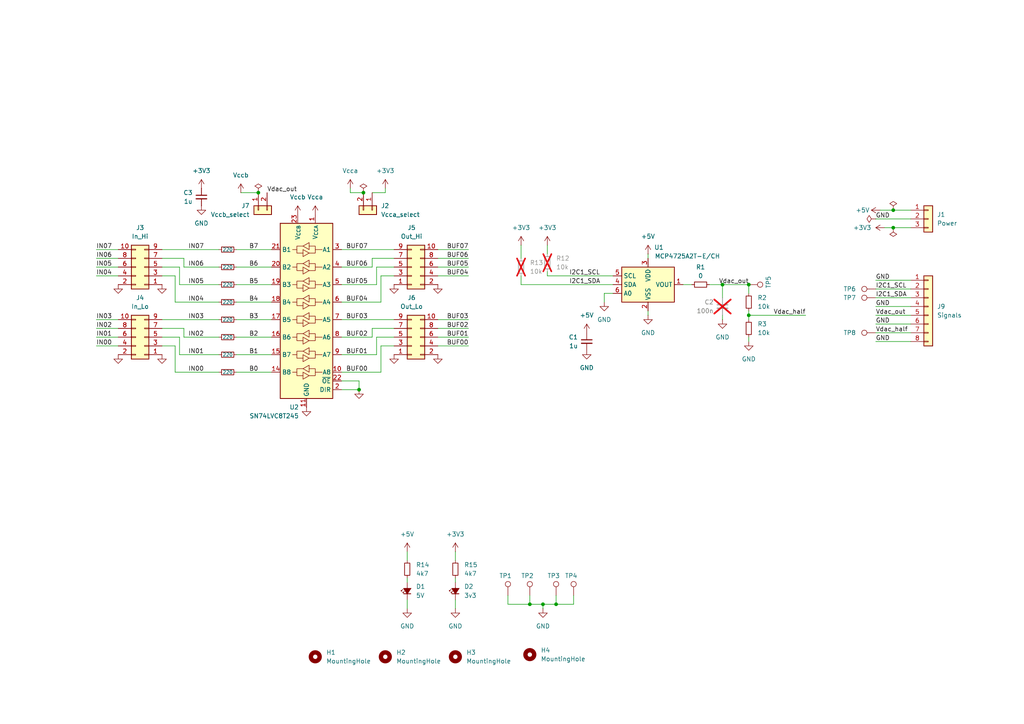
<source format=kicad_sch>
(kicad_sch (version 20231120) (generator "eeschema") (generator_version "8.0")
  (paper "A4")
  (lib_symbols
    (symbol "Analog_DAC:MCP4725xxx-xCH"
      (property "Reference" "U" (at -6.35 6.35 0))
      (property "Value" "MCP4725xxx-xCH" (at 8.89 6.35 0))
      (symbol "MCP4725xxx-xCH_0_1"
        (rectangle (start -7.62 5.08) (end 7.62 -5.08) (stroke (width 0.254)) (fill (type background)))
      )
      (symbol "MCP4725xxx-xCH_1_1"
        (pin output line (at 10.16 0 180) (length 2.54) (name "VOUT") (number "1"))
        (pin power_in line (at 0 -7.62 90) (length 2.54) (name "VSS") (number "2"))
        (pin power_in line (at 0 7.62 270) (length 2.54) (name "VDD") (number "3"))
        (pin bidirectional line (at -10.16 0 0) (length 2.54) (name "SDA") (number "4"))
        (pin input line (at -10.16 2.54 0) (length 2.54) (name "SCL") (number "5"))
        (pin input line (at -10.16 -2.54 0) (length 2.54) (name "A0") (number "6"))
      )
    )
    (symbol "Connector_Generic:Conn_01x02" (pin_names (offset 1.016) hide)
      (property "Reference" "J" (at 0 2.54 0))
      (property "Value" "Conn_01x02" (at 0 -5.08 0))
      (symbol "Conn_01x02_1_1"
        (rectangle (start -1.27 -2.413) (end 0 -2.667) (stroke (width 0.1524)))
        (rectangle (start -1.27 0.127) (end 0 -0.127) (stroke (width 0.1524)))
        (rectangle (start -1.27 1.27) (end 1.27 -3.81) (stroke (width 0.254)) (fill (type background)))
        (pin passive line (at -5.08 0 0) (length 3.81) (name "Pin_1") (number "1"))
        (pin passive line (at -5.08 -2.54 0) (length 3.81) (name "Pin_2") (number "2"))
      )
    )
    (symbol "Connector_Generic:Conn_01x03" (pin_names (offset 1.016) hide)
      (property "Reference" "J" (at 0 5.08 0))
      (property "Value" "Conn_01x03" (at 0 -5.08 0))
      (symbol "Conn_01x03_1_1"
        (rectangle (start -1.27 -2.413) (end 0 -2.667) (stroke (width 0.1524)))
        (rectangle (start -1.27 0.127) (end 0 -0.127) (stroke (width 0.1524)))
        (rectangle (start -1.27 2.667) (end 0 2.413) (stroke (width 0.1524)))
        (rectangle (start -1.27 3.81) (end 1.27 -3.81) (stroke (width 0.254)) (fill (type background)))
        (pin passive line (at -5.08 2.54 0) (length 3.81) (name "Pin_1") (number "1"))
        (pin passive line (at -5.08 0 0) (length 3.81) (name "Pin_2") (number "2"))
        (pin passive line (at -5.08 -2.54 0) (length 3.81) (name "Pin_3") (number "3"))
      )
    )
    (symbol "Connector_Generic:Conn_01x08" (pin_names (offset 1.016) hide)
      (property "Reference" "J" (at 0 10.16 0))
      (property "Value" "Conn_01x08" (at 0 -12.7 0))
      (symbol "Conn_01x08_1_1"
        (rectangle (start -1.27 -10.033) (end 0 -10.287) (stroke (width 0.1524)))
        (rectangle (start -1.27 -7.493) (end 0 -7.747) (stroke (width 0.1524)))
        (rectangle (start -1.27 -4.953) (end 0 -5.207) (stroke (width 0.1524)))
        (rectangle (start -1.27 -2.413) (end 0 -2.667) (stroke (width 0.1524)))
        (rectangle (start -1.27 0.127) (end 0 -0.127) (stroke (width 0.1524)))
        (rectangle (start -1.27 2.667) (end 0 2.413) (stroke (width 0.1524)))
        (rectangle (start -1.27 5.207) (end 0 4.953) (stroke (width 0.1524)))
        (rectangle (start -1.27 7.747) (end 0 7.493) (stroke (width 0.1524)))
        (rectangle (start -1.27 8.89) (end 1.27 -11.43) (stroke (width 0.254)) (fill (type background)))
        (pin passive line (at -5.08 7.62 0) (length 3.81) (name "Pin_1") (number "1"))
        (pin passive line (at -5.08 5.08 0) (length 3.81) (name "Pin_2") (number "2"))
        (pin passive line (at -5.08 2.54 0) (length 3.81) (name "Pin_3") (number "3"))
        (pin passive line (at -5.08 0 0) (length 3.81) (name "Pin_4") (number "4"))
        (pin passive line (at -5.08 -2.54 0) (length 3.81) (name "Pin_5") (number "5"))
        (pin passive line (at -5.08 -5.08 0) (length 3.81) (name "Pin_6") (number "6"))
        (pin passive line (at -5.08 -7.62 0) (length 3.81) (name "Pin_7") (number "7"))
        (pin passive line (at -5.08 -10.16 0) (length 3.81) (name "Pin_8") (number "8"))
      )
    )
    (symbol "Connector_Generic:Conn_02x05_Odd_Even" (pin_names (offset 1.016) hide)
      (property "Reference" "J" (at 1.27 7.62 0))
      (property "Value" "Conn_02x05_Odd_Even" (at 1.27 -7.62 0))
      (symbol "Conn_02x05_Odd_Even_1_1"
        (rectangle (start -1.27 -4.953) (end 0 -5.207) (stroke (width 0.1524)))
        (rectangle (start -1.27 -2.413) (end 0 -2.667) (stroke (width 0.1524)))
        (rectangle (start -1.27 0.127) (end 0 -0.127) (stroke (width 0.1524)))
        (rectangle (start -1.27 2.667) (end 0 2.413) (stroke (width 0.1524)))
        (rectangle (start -1.27 5.207) (end 0 4.953) (stroke (width 0.1524)))
        (rectangle (start -1.27 6.35) (end 3.81 -6.35) (stroke (width 0.254)) (fill (type background)))
        (rectangle (start 3.81 -4.953) (end 2.54 -5.207) (stroke (width 0.1524)))
        (rectangle (start 3.81 -2.413) (end 2.54 -2.667) (stroke (width 0.1524)))
        (rectangle (start 3.81 0.127) (end 2.54 -0.127) (stroke (width 0.1524)))
        (rectangle (start 3.81 2.667) (end 2.54 2.413) (stroke (width 0.1524)))
        (rectangle (start 3.81 5.207) (end 2.54 4.953) (stroke (width 0.1524)))
        (pin passive line (at -5.08 5.08 0) (length 3.81) (name "Pin_1") (number "1"))
        (pin passive line (at 7.62 -5.08 180) (length 3.81) (name "Pin_10") (number "10"))
        (pin passive line (at 7.62 5.08 180) (length 3.81) (name "Pin_2") (number "2"))
        (pin passive line (at -5.08 2.54 0) (length 3.81) (name "Pin_3") (number "3"))
        (pin passive line (at 7.62 2.54 180) (length 3.81) (name "Pin_4") (number "4"))
        (pin passive line (at -5.08 0 0) (length 3.81) (name "Pin_5") (number "5"))
        (pin passive line (at 7.62 0 180) (length 3.81) (name "Pin_6") (number "6"))
        (pin passive line (at -5.08 -2.54 0) (length 3.81) (name "Pin_7") (number "7"))
        (pin passive line (at 7.62 -2.54 180) (length 3.81) (name "Pin_8") (number "8"))
        (pin passive line (at -5.08 -5.08 0) (length 3.81) (name "Pin_9") (number "9"))
      )
    )
    (symbol "Device:C_Small" (pin_numbers hide) (pin_names (offset 0.254) hide)
      (property "Reference" "C" (at 0.254 1.778 0))
      (property "Value" "C_Small" (at 0.254 -2.032 0))
      (symbol "C_Small_0_1"
        (polyline (pts (xy -1.524 -0.508) (xy 1.524 -0.508)) (stroke (width 0.3302)))
        (polyline (pts (xy -1.524 0.508) (xy 1.524 0.508)) (stroke (width 0.3048)))
      )
      (symbol "C_Small_1_1"
        (pin passive line (at 0 2.54 270) (length 2.032) (name "~") (number "1"))
        (pin passive line (at 0 -2.54 90) (length 2.032) (name "~") (number "2"))
      )
    )
    (symbol "Device:LED_Small_Filled" (pin_numbers hide) (pin_names (offset 0.254) hide)
      (property "Reference" "D" (at -1.27 3.175 0))
      (property "Value" "LED_Small_Filled" (at -4.445 -2.54 0))
      (symbol "LED_Small_Filled_0_1"
        (polyline (pts (xy -0.762 -1.016) (xy -0.762 1.016)) (stroke (width 0.254)))
        (polyline (pts (xy 1.016 0) (xy -0.762 0)))
        (polyline (pts (xy 0.762 -1.016) (xy -0.762 0) (xy 0.762 1.016) (xy 0.762 -1.016)) (stroke (width 0.254)) (fill (type outline)))
        (polyline (pts (xy 0 0.762) (xy -0.508 1.27) (xy -0.254 1.27) (xy -0.508 1.27) (xy -0.508 1.016)))
        (polyline (pts (xy 0.508 1.27) (xy 0 1.778) (xy 0.254 1.778) (xy 0 1.778) (xy 0 1.524)))
      )
      (symbol "LED_Small_Filled_1_1"
        (pin passive line (at -2.54 0 0) (length 1.778) (name "K") (number "1"))
        (pin passive line (at 2.54 0 180) (length 1.778) (name "A") (number "2"))
      )
    )
    (symbol "Device:R_Small" (pin_numbers hide) (pin_names (offset 0.254) hide)
      (property "Reference" "R" (at 0.762 0.508 0))
      (property "Value" "R_Small" (at 0.762 -1.016 0))
      (symbol "R_Small_0_1"
        (rectangle (start -0.762 1.778) (end 0.762 -1.778) (stroke (width 0.2032)))
      )
      (symbol "R_Small_1_1"
        (pin passive line (at 0 2.54 270) (length 0.762) (name "~") (number "1"))
        (pin passive line (at 0 -2.54 90) (length 0.762) (name "~") (number "2"))
      )
    )
    (symbol "Logic_LevelTranslator:SN74LVC8T245"
      (property "Reference" "U" (at -6.35 27.94 0))
      (property "Value" "SN74LVC8T245" (at 3.81 27.94 0))
      (symbol "SN74LVC8T245_0_1"
        (rectangle (start -7.62 25.4) (end 7.62 -25.4) (stroke (width 0.254)) (fill (type background)))
        (polyline (pts (xy -2.54 -12.7) (xy -2.54 -11.684) (xy -0.762 -11.684)))
        (polyline (pts (xy -2.54 -2.54) (xy -2.54 -1.524) (xy -0.762 -1.524)))
        (polyline (pts (xy -2.54 7.62) (xy -2.54 8.636) (xy -0.762 8.636)))
        (polyline (pts (xy -2.54 17.78) (xy -2.54 18.796) (xy -0.762 18.796)))
        (polyline (pts (xy 2.794 -12.7) (xy 2.794 -13.716) (xy 1.016 -13.716)))
        (polyline (pts (xy 2.794 -2.54) (xy 2.794 -3.556) (xy 1.016 -3.556)))
        (polyline (pts (xy 2.794 7.62) (xy 2.794 6.604) (xy 1.016 6.604)))
        (polyline (pts (xy 2.794 17.78) (xy 2.794 16.764) (xy 1.016 16.764)))
        (polyline (pts (xy -0.762 -13.716) (xy -2.54 -13.716) (xy -2.54 -12.7) (xy -4.572 -12.7)))
        (polyline (pts (xy -0.762 -12.7) (xy -0.762 -10.668) (xy 1.016 -11.684) (xy -0.762 -12.7)))
        (polyline (pts (xy -0.762 -3.556) (xy -2.54 -3.556) (xy -2.54 -2.54) (xy -4.572 -2.54)))
        (polyline (pts (xy -0.762 -2.54) (xy -0.762 -0.508) (xy 1.016 -1.524) (xy -0.762 -2.54)))
        (polyline (pts (xy -0.762 6.604) (xy -2.54 6.604) (xy -2.54 7.62) (xy -4.572 7.62)))
        (polyline (pts (xy -0.762 7.62) (xy -0.762 9.652) (xy 1.016 8.636) (xy -0.762 7.62)))
        (polyline (pts (xy -0.762 16.764) (xy -2.54 16.764) (xy -2.54 17.78) (xy -4.572 17.78)))
        (polyline (pts (xy -0.762 17.78) (xy -0.762 19.812) (xy 1.016 18.796) (xy -0.762 17.78)))
        (polyline (pts (xy 1.016 -11.684) (xy 2.794 -11.684) (xy 2.794 -12.7) (xy 4.064 -12.7)))
        (polyline (pts (xy 1.016 -1.524) (xy 2.794 -1.524) (xy 2.794 -2.54) (xy 4.064 -2.54)))
        (polyline (pts (xy 1.016 8.636) (xy 2.794 8.636) (xy 2.794 7.62) (xy 4.064 7.62)))
        (polyline (pts (xy 1.016 18.796) (xy 2.794 18.796) (xy 2.794 17.78) (xy 4.064 17.78)))
        (polyline (pts (xy 1.016 -17.78) (xy 1.016 -19.558) (xy 1.016 -19.812) (xy -0.762 -18.796) (xy 1.016 -17.78)))
        (polyline (pts (xy 1.016 -12.7) (xy 1.016 -14.478) (xy 1.016 -14.732) (xy -0.762 -13.716) (xy 1.016 -12.7)))
        (polyline (pts (xy 1.016 -2.54) (xy 1.016 -4.318) (xy 1.016 -4.572) (xy -0.762 -3.556) (xy 1.016 -2.54)))
        (polyline (pts (xy 1.016 2.54) (xy 1.016 0.762) (xy 1.016 0.508) (xy -0.762 1.524) (xy 1.016 2.54)))
        (polyline (pts (xy 1.016 7.62) (xy 1.016 5.842) (xy 1.016 5.588) (xy -0.762 6.604) (xy 1.016 7.62)))
        (polyline (pts (xy 1.016 17.78) (xy 1.016 16.002) (xy 1.016 15.748) (xy -0.762 16.764) (xy 1.016 17.78)))
      )
      (symbol "SN74LVC8T245_1_1"
        (polyline (pts (xy -2.54 -17.78) (xy -2.54 -16.764) (xy -0.762 -16.764)))
        (polyline (pts (xy -2.54 -7.62) (xy -2.54 -6.604) (xy -0.762 -6.604)))
        (polyline (pts (xy -2.54 2.54) (xy -2.54 3.556) (xy -0.762 3.556)))
        (polyline (pts (xy -2.54 12.7) (xy -2.54 13.716) (xy -0.762 13.716)))
        (polyline (pts (xy 2.794 -17.78) (xy 2.794 -18.796) (xy 1.016 -18.796)))
        (polyline (pts (xy 2.794 -7.62) (xy 2.794 -8.636) (xy 1.016 -8.636)))
        (polyline (pts (xy 2.794 2.54) (xy 2.794 1.524) (xy 1.016 1.524)))
        (polyline (pts (xy 2.794 12.7) (xy 2.794 11.684) (xy 1.016 11.684)))
        (polyline (pts (xy -0.762 -18.796) (xy -2.54 -18.796) (xy -2.54 -17.78) (xy -4.572 -17.78)))
        (polyline (pts (xy -0.762 -17.78) (xy -0.762 -15.748) (xy 1.016 -16.764) (xy -0.762 -17.78)))
        (polyline (pts (xy -0.762 -8.636) (xy -2.54 -8.636) (xy -2.54 -7.62) (xy -4.572 -7.62)))
        (polyline (pts (xy -0.762 -7.62) (xy -0.762 -5.588) (xy 1.016 -6.604) (xy -0.762 -7.62)))
        (polyline (pts (xy -0.762 1.524) (xy -2.54 1.524) (xy -2.54 2.54) (xy -4.572 2.54)))
        (polyline (pts (xy -0.762 2.54) (xy -0.762 4.572) (xy 1.016 3.556) (xy -0.762 2.54)))
        (polyline (pts (xy -0.762 11.684) (xy -2.54 11.684) (xy -2.54 12.7) (xy -4.572 12.7)))
        (polyline (pts (xy -0.762 12.7) (xy -0.762 14.732) (xy 1.016 13.716) (xy -0.762 12.7)))
        (polyline (pts (xy 1.016 -16.764) (xy 2.794 -16.764) (xy 2.794 -17.78) (xy 4.064 -17.78)))
        (polyline (pts (xy 1.016 -6.604) (xy 2.794 -6.604) (xy 2.794 -7.62) (xy 4.064 -7.62)))
        (polyline (pts (xy 1.016 3.556) (xy 2.794 3.556) (xy 2.794 2.54) (xy 4.064 2.54)))
        (polyline (pts (xy 1.016 13.716) (xy 2.794 13.716) (xy 2.794 12.7) (xy 4.064 12.7)))
        (polyline (pts (xy 1.016 -7.62) (xy 1.016 -9.398) (xy 1.016 -9.652) (xy -0.762 -8.636) (xy 1.016 -7.62)))
        (polyline (pts (xy 1.016 12.7) (xy 1.016 10.922) (xy 1.016 10.668) (xy -0.762 11.684) (xy 1.016 12.7)))
        (pin power_in line (at -2.54 27.94 270) (length 2.54) (name "V_{CCA}") (number "1"))
        (pin bidirectional line (at -10.16 -17.78 0) (length 2.54) (name "A8") (number "10"))
        (pin power_in line (at 0 -27.94 90) (length 2.54) (name "GND") (number "11"))
        (pin passive line (at 0 -27.94 90) (length 2.54) hide (name "GND") (number "12"))
        (pin passive line (at 0 -27.94 90) (length 2.54) hide (name "GND") (number "13"))
        (pin bidirectional line (at 10.16 -17.78 180) (length 2.54) (name "B8") (number "14"))
        (pin bidirectional line (at 10.16 -12.7 180) (length 2.54) (name "B7") (number "15"))
        (pin bidirectional line (at 10.16 -7.62 180) (length 2.54) (name "B6") (number "16"))
        (pin bidirectional line (at 10.16 -2.54 180) (length 2.54) (name "B5") (number "17"))
        (pin bidirectional line (at 10.16 2.54 180) (length 2.54) (name "B4") (number "18"))
        (pin bidirectional line (at 10.16 7.62 180) (length 2.54) (name "B3") (number "19"))
        (pin input line (at -10.16 -22.86 0) (length 2.54) (name "DIR") (number "2"))
        (pin bidirectional line (at 10.16 12.7 180) (length 2.54) (name "B2") (number "20"))
        (pin bidirectional line (at 10.16 17.78 180) (length 2.54) (name "B1") (number "21"))
        (pin input line (at -10.16 -20.32 0) (length 2.54) (name "~{OE}") (number "22"))
        (pin power_in line (at 2.54 27.94 270) (length 2.54) (name "V_{CCB}") (number "23"))
        (pin passive line (at 2.54 27.94 270) (length 2.54) hide (name "V_{CCB}") (number "24"))
        (pin bidirectional line (at -10.16 17.78 0) (length 2.54) (name "A1") (number "3"))
        (pin bidirectional line (at -10.16 12.7 0) (length 2.54) (name "A2") (number "4"))
        (pin bidirectional line (at -10.16 7.62 0) (length 2.54) (name "A3") (number "5"))
        (pin bidirectional line (at -10.16 2.54 0) (length 2.54) (name "A4") (number "6"))
        (pin bidirectional line (at -10.16 -2.54 0) (length 2.54) (name "A5") (number "7"))
        (pin bidirectional line (at -10.16 -7.62 0) (length 2.54) (name "A6") (number "8"))
        (pin bidirectional line (at -10.16 -12.7 0) (length 2.54) (name "A7") (number "9"))
      )
    )
    (symbol "Mechanical:MountingHole" (pin_names (offset 1.016))
      (property "Reference" "H" (at 0 5.08 0))
      (property "Value" "MountingHole" (at 0 3.175 0))
      (symbol "MountingHole_0_1"
        (circle (center 0 0) (radius 1.27) (stroke (width 1.27)))
      )
    )
    (symbol "My Library:TestPoint_Harwin" (pin_numbers hide) (pin_names (offset 0.762) hide)
      (property "Reference" "TP" (at 0 6.858 0))
      (symbol "TestPoint_Harwin_0_1"
        (circle (center 0 3.302) (radius 0.762))
      )
      (symbol "TestPoint_Harwin_1_1"
        (pin passive line (at 0 0 90) (length 2.54) (name "1") (number "1"))
      )
    )
    (symbol "PWR_FLAG_2" (power) (pin_numbers hide) (pin_names (offset 0) hide)
      (property "Value" "PWR_FLAG" (at 0 3.81 0))
      (symbol "PWR_FLAG_2_0_0"
        (pin power_out line (at 0 0 90) (length 0) (name "~") (number "1"))
      )
      (symbol "PWR_FLAG_2_0_1"
        (polyline (pts (xy 0 0) (xy 0 1.27) (xy -1.016 1.905) (xy 0 2.54) (xy 1.016 1.905) (xy 0 1.27)))
      )
    )
    (symbol "power:+3V3" (power) (pin_numbers hide) (pin_names (offset 0) hide)
      (property "Value" "+3V3" (at 0 3.556 0))
      (symbol "+3V3_0_1"
        (polyline (pts (xy -0.762 1.27) (xy 0 2.54)))
        (polyline (pts (xy 0 0) (xy 0 2.54)))
        (polyline (pts (xy 0 2.54) (xy 0.762 1.27)))
      )
      (symbol "+3V3_1_1"
        (pin power_in line (at 0 0 90) (length 0) (name "~") (number "1"))
      )
    )
    (symbol "power:+5V" (power) (pin_numbers hide) (pin_names (offset 0) hide)
      (property "Value" "+5V" (at 0 3.556 0))
      (symbol "+5V_0_1"
        (polyline (pts (xy -0.762 1.27) (xy 0 2.54)))
        (polyline (pts (xy 0 0) (xy 0 2.54)))
        (polyline (pts (xy 0 2.54) (xy 0.762 1.27)))
      )
      (symbol "+5V_1_1"
        (pin power_in line (at 0 0 90) (length 0) (name "~") (number "1"))
      )
    )
    (symbol "power:GND" (power) (pin_numbers hide) (pin_names (offset 0) hide)
      (property "Value" "GND" (at 0 -3.81 0))
      (symbol "GND_0_1"
        (polyline (pts (xy 0 0) (xy 0 -1.27) (xy 1.27 -1.27) (xy 0 -2.54) (xy -1.27 -1.27) (xy 0 -1.27)))
      )
      (symbol "GND_1_1"
        (pin power_in line (at 0 0 270) (length 0) (name "~") (number "1"))
      )
    )
    (symbol "power:PWR_FLAG" (power) (pin_numbers hide) (pin_names (offset 0) hide)
      (property "Value" "PWR_FLAG" (at 0 3.81 0))
      (symbol "PWR_FLAG_0_0"
        (pin power_out line (at 0 0 90) (length 0) (name "~") (number "1"))
      )
      (symbol "PWR_FLAG_0_1"
        (polyline (pts (xy 0 0) (xy 0 1.27) (xy -1.016 1.905) (xy 0 2.54) (xy 1.016 1.905) (xy 0 1.27)))
      )
    )
  )
  (junction (at 105.41 55.88))
  (junction (at 74.93 55.88))
  (junction (at 161.29 175.26))
  (junction (at 157.48 175.26))
  (junction (at 259.08 60.96))
  (junction (at 217.17 91.44))
  (junction (at 217.17 82.55))
  (junction (at 104.14 113.03))
  (junction (at 153.67 175.26))
  (junction (at 259.08 66.04))
  (junction (at 209.55 82.55))
  (wire (pts (xy 209.55 82.55) (xy 209.55 86.36)))
  (wire (pts (xy 127 92.71) (xy 135.89 92.71)))
  (wire (pts (xy 132.08 176.53) (xy 132.08 173.99)))
  (wire (pts (xy 46.99 97.79) (xy 52.07 97.79)))
  (wire (pts (xy 99.06 107.95) (xy 110.49 107.95)))
  (wire (pts (xy 46.99 72.39) (xy 63.5 72.39)))
  (wire (pts (xy 50.8 87.63) (xy 63.5 87.63)))
  (wire (pts (xy 259.08 66.04) (xy 264.16 66.04)))
  (wire (pts (xy 110.49 100.33) (xy 110.49 107.95)))
  (wire (pts (xy 99.06 110.49) (xy 104.14 110.49)))
  (wire (pts (xy 158.75 71.12) (xy 158.75 73.66)))
  (wire (pts (xy 166.37 175.26) (xy 166.37 172.72)))
  (wire (pts (xy 157.48 176.53) (xy 157.48 175.26)))
  (wire (pts (xy 158.75 80.01) (xy 158.75 78.74)))
  (wire (pts (xy 27.94 100.33) (xy 34.29 100.33)))
  (wire (pts (xy 69.85 55.88) (xy 74.93 55.88)))
  (wire (pts (xy 50.8 80.01) (xy 50.8 87.63)))
  (wire (pts (xy 107.95 74.93) (xy 107.95 77.47)))
  (wire (pts (xy 68.58 97.79) (xy 78.74 97.79)))
  (wire (pts (xy 53.34 77.47) (xy 63.5 77.47)))
  (wire (pts (xy 27.94 77.47) (xy 34.29 77.47)))
  (wire (pts (xy 27.94 97.79) (xy 34.29 97.79)))
  (wire (pts (xy 254 81.28) (xy 264.16 81.28)))
  (wire (pts (xy 151.13 82.55) (xy 177.8 82.55)))
  (wire (pts (xy 46.99 95.25) (xy 53.34 95.25)))
  (wire (pts (xy 104.14 110.49) (xy 104.14 113.03)))
  (wire (pts (xy 255.27 60.96) (xy 259.08 60.96)))
  (wire (pts (xy 53.34 97.79) (xy 63.5 97.79)))
  (wire (pts (xy 110.49 80.01) (xy 110.49 87.63)))
  (wire (pts (xy 46.99 100.33) (xy 50.8 100.33)))
  (wire (pts (xy 187.96 90.17) (xy 187.96 91.44)))
  (wire (pts (xy 151.13 82.55) (xy 151.13 80.01)))
  (wire (pts (xy 132.08 168.91) (xy 132.08 167.64)))
  (wire (pts (xy 104.14 113.03) (xy 99.06 113.03)))
  (wire (pts (xy 68.58 77.47) (xy 78.74 77.47)))
  (wire (pts (xy 53.34 74.93) (xy 53.34 77.47)))
  (wire (pts (xy 127 100.33) (xy 135.89 100.33)))
  (wire (pts (xy 114.3 100.33) (xy 110.49 100.33)))
  (wire (pts (xy 158.75 80.01) (xy 177.8 80.01)))
  (wire (pts (xy 209.55 82.55) (xy 217.17 82.55)))
  (wire (pts (xy 254 99.06) (xy 264.16 99.06)))
  (wire (pts (xy 99.06 82.55) (xy 109.22 82.55)))
  (wire (pts (xy 217.17 91.44) (xy 217.17 92.71)))
  (wire (pts (xy 68.58 92.71) (xy 78.74 92.71)))
  (wire (pts (xy 175.26 85.09) (xy 175.26 87.63)))
  (wire (pts (xy 114.3 95.25) (xy 107.95 95.25)))
  (wire (pts (xy 127 95.25) (xy 135.89 95.25)))
  (wire (pts (xy 256.54 66.04) (xy 259.08 66.04)))
  (wire (pts (xy 264.16 86.36) (xy 254 86.36)))
  (wire (pts (xy 99.06 92.71) (xy 114.3 92.71)))
  (wire (pts (xy 46.99 74.93) (xy 53.34 74.93)))
  (wire (pts (xy 209.55 91.44) (xy 209.55 92.71)))
  (wire (pts (xy 50.8 100.33) (xy 50.8 107.95)))
  (wire (pts (xy 205.74 82.55) (xy 209.55 82.55)))
  (wire (pts (xy 101.6 55.88) (xy 105.41 55.88)))
  (wire (pts (xy 153.67 172.72) (xy 153.67 175.26)))
  (wire (pts (xy 114.3 80.01) (xy 110.49 80.01)))
  (wire (pts (xy 127 80.01) (xy 135.89 80.01)))
  (wire (pts (xy 68.58 82.55) (xy 78.74 82.55)))
  (wire (pts (xy 52.07 77.47) (xy 52.07 82.55)))
  (wire (pts (xy 147.32 172.72) (xy 147.32 175.26)))
  (wire (pts (xy 27.94 92.71) (xy 34.29 92.71)))
  (wire (pts (xy 68.58 102.87) (xy 78.74 102.87)))
  (wire (pts (xy 161.29 172.72) (xy 161.29 175.26)))
  (wire (pts (xy 109.22 97.79) (xy 109.22 102.87)))
  (wire (pts (xy 217.17 90.17) (xy 217.17 91.44)))
  (wire (pts (xy 46.99 80.01) (xy 50.8 80.01)))
  (wire (pts (xy 99.06 77.47) (xy 107.95 77.47)))
  (wire (pts (xy 254 88.9) (xy 264.16 88.9)))
  (wire (pts (xy 99.06 72.39) (xy 114.3 72.39)))
  (wire (pts (xy 52.07 97.79) (xy 52.07 102.87)))
  (wire (pts (xy 111.76 55.88) (xy 111.76 54.61)))
  (wire (pts (xy 187.96 73.66) (xy 187.96 74.93)))
  (wire (pts (xy 151.13 71.12) (xy 151.13 74.93)))
  (wire (pts (xy 68.58 87.63) (xy 78.74 87.63)))
  (wire (pts (xy 68.58 107.95) (xy 78.74 107.95)))
  (wire (pts (xy 177.8 85.09) (xy 175.26 85.09)))
  (wire (pts (xy 254 91.44) (xy 264.16 91.44)))
  (wire (pts (xy 198.12 82.55) (xy 200.66 82.55)))
  (wire (pts (xy 109.22 77.47) (xy 109.22 82.55)))
  (wire (pts (xy 114.3 74.93) (xy 107.95 74.93)))
  (wire (pts (xy 254 96.52) (xy 264.16 96.52)))
  (wire (pts (xy 147.32 175.26) (xy 153.67 175.26)))
  (wire (pts (xy 118.11 168.91) (xy 118.11 167.64)))
  (wire (pts (xy 254 63.5) (xy 264.16 63.5)))
  (wire (pts (xy 127 77.47) (xy 135.89 77.47)))
  (wire (pts (xy 52.07 82.55) (xy 63.5 82.55)))
  (wire (pts (xy 118.11 173.99) (xy 118.11 176.53)))
  (wire (pts (xy 217.17 91.44) (xy 233.68 91.44)))
  (wire (pts (xy 27.94 95.25) (xy 34.29 95.25)))
  (wire (pts (xy 127 74.93) (xy 135.89 74.93)))
  (wire (pts (xy 264.16 83.82) (xy 254 83.82)))
  (wire (pts (xy 127 72.39) (xy 135.89 72.39)))
  (wire (pts (xy 99.06 97.79) (xy 107.95 97.79)))
  (wire (pts (xy 107.95 55.88) (xy 111.76 55.88)))
  (wire (pts (xy 157.48 175.26) (xy 161.29 175.26)))
  (wire (pts (xy 217.17 97.79) (xy 217.17 99.06)))
  (wire (pts (xy 50.8 107.95) (xy 63.5 107.95)))
  (wire (pts (xy 99.06 87.63) (xy 110.49 87.63)))
  (wire (pts (xy 68.58 72.39) (xy 78.74 72.39)))
  (wire (pts (xy 114.3 97.79) (xy 109.22 97.79)))
  (wire (pts (xy 114.3 77.47) (xy 109.22 77.47)))
  (wire (pts (xy 118.11 160.02) (xy 118.11 162.56)))
  (wire (pts (xy 217.17 82.55) (xy 217.17 85.09)))
  (wire (pts (xy 53.34 95.25) (xy 53.34 97.79)))
  (wire (pts (xy 132.08 160.02) (xy 132.08 162.56)))
  (wire (pts (xy 27.94 74.93) (xy 34.29 74.93)))
  (wire (pts (xy 101.6 54.61) (xy 101.6 55.88)))
  (wire (pts (xy 161.29 175.26) (xy 166.37 175.26)))
  (wire (pts (xy 52.07 102.87) (xy 63.5 102.87)))
  (wire (pts (xy 107.95 95.25) (xy 107.95 97.79)))
  (wire (pts (xy 153.67 175.26) (xy 157.48 175.26)))
  (wire (pts (xy 127 97.79) (xy 135.89 97.79)))
  (wire (pts (xy 27.94 80.01) (xy 34.29 80.01)))
  (wire (pts (xy 46.99 77.47) (xy 52.07 77.47)))
  (wire (pts (xy 27.94 72.39) (xy 34.29 72.39)))
  (wire (pts (xy 46.99 92.71) (xy 63.5 92.71)))
  (wire (pts (xy 259.08 60.96) (xy 264.16 60.96)))
  (wire (pts (xy 99.06 102.87) (xy 109.22 102.87)))
  (wire (pts (xy 254 93.98) (xy 264.16 93.98)))
  (label "BUF03" (at 135.89 92.71 180))
  (label "B7" (at 74.93 72.39 180))
  (label "I2C1_SDA" (at 165.1 82.55 0))
  (label "IN02" (at 54.61 97.79 0))
  (label "GND" (at 254 81.28 0))
  (label "GND" (at 254 88.9 0))
  (label "B5" (at 74.93 82.55 180))
  (label "B4" (at 74.93 87.63 180))
  (label "B1" (at 74.93 102.87 180))
  (label "BUF05" (at 135.89 77.47 180))
  (label "IN02" (at 27.94 95.25 0))
  (label "BUF00" (at 106.68 107.95 180))
  (label "IN04" (at 54.61 87.63 0))
  (label "BUF00" (at 135.89 100.33 180))
  (label "IN07" (at 27.94 72.39 0))
  (label "BUF01" (at 106.68 102.87 180))
  (label "I2C1_SDA" (at 254 86.36 0))
  (label "BUF05" (at 106.68 82.55 180))
  (label "GND" (at 254 63.5 0))
  (label "IN03" (at 27.94 92.71 0))
  (label "IN01" (at 27.94 97.79 0))
  (label "BUF07" (at 106.68 72.39 180))
  (label "BUF02" (at 106.68 97.79 180))
  (label "Vdac_out" (at 254 91.44 0))
  (label "Vdac_out" (at 217.17 82.55 180))
  (label "BUF06" (at 135.89 74.93 180))
  (label "GND" (at 254 93.98 0))
  (label "GND" (at 254 99.06 0))
  (label "IN04" (at 27.94 80.01 0))
  (label "BUF07" (at 135.89 72.39 180))
  (label "IN03" (at 54.61 92.71 0))
  (label "BUF04" (at 135.89 80.01 180))
  (label "BUF04" (at 106.68 87.63 180))
  (label "Vdac_half" (at 254 96.52 0))
  (label "BUF06" (at 106.68 77.47 180))
  (label "Vdac_half" (at 233.68 91.44 180))
  (label "I2C1_SCL" (at 165.1 80.01 0))
  (label "IN00" (at 54.61 107.95 0))
  (label "I2C1_SCL" (at 254 83.82 0))
  (label "IN00" (at 27.94 100.33 0))
  (label "IN07" (at 54.61 72.39 0))
  (label "Vdac_out" (at 77.47 55.88 0))
  (label "B0" (at 74.93 107.95 180))
  (label "IN01" (at 54.61 102.87 0))
  (label "B3" (at 74.93 92.71 180))
  (label "B6" (at 74.93 77.47 180))
  (label "IN05" (at 54.61 82.55 0))
  (label "BUF03" (at 106.68 92.71 180))
  (label "BUF01" (at 135.89 97.79 180))
  (label "IN05" (at 27.94 77.47 0))
  (label "IN06" (at 27.94 74.93 0))
  (label "BUF02" (at 135.89 95.25 180))
  (label "B2" (at 74.93 97.79 180))
  (label "IN06" (at 54.61 77.47 0))
  (symbol (lib_id "Mechanical:MountingHole") (at 91.44 190.5 0) (unit 1)
    (property "Reference" "H1" (at 94.615 189.23 0) (effects (justify left)))
    (property "Value" "MountingHole" (at 94.615 191.77 0) (effects (justify left)))
    (property "Footprint" "MountingHole:MountingHole_2.7mm" (effects (hide yes)))
  )
  (symbol (lib_id "power:+3V3") (at 69.85 55.88 0) (unit 1)
    (property "Reference" "#PWR035" (effects (hide yes)))
    (property "Value" "Vccb" (at 69.85 50.8 0))
    (property "Description" "Power symbol creates a global label with name \"+3V3\"" (effects (hide yes)))
  )
  (symbol (lib_id "Mechanical:MountingHole") (at 153.67 189.865 0) (unit 1)
    (property "Reference" "H4" (at 156.845 188.595 0) (effects (justify left)))
    (property "Value" "MountingHole" (at 156.845 191.135 0) (effects (justify left)))
    (property "Footprint" "MountingHole:MountingHole_2.7mm" (effects (hide yes)))
  )
  (symbol (lib_id "Device:R_Small") (at 217.17 95.25 180) (unit 1)
    (property "Reference" "R3" (at 219.71 93.9799 0) (effects (justify right)))
    (property "Value" "10k" (at 219.71 96.5199 0) (effects (justify right)))
    (property "Footprint" "Resistor_SMD:R_0603_1608Metric" (effects (hide yes)))
    (property "Description" "Resistor, small symbol" (effects (hide yes)))
  )
  (symbol (lib_id "power:PWR_FLAG") (at 259.08 66.04 180) (unit 1)
    (property "Reference" "#FLG03" (effects (hide yes)))
    (property "Value" "PWR_FLAG" (effects (hide yes)))
    (property "Description" "Special symbol for telling ERC where power comes from" (effects (hide yes)))
  )
  (symbol (lib_id "Device:R_Small") (at 118.11 165.1 0) (unit 1)
    (property "Reference" "R14" (at 120.65 163.83 0) (effects (justify left)))
    (property "Value" "4k7" (at 120.65 166.37 0) (effects (justify left)))
    (property "Footprint" "Resistor_SMD:R_0603_1608Metric_Pad0.98x0.95mm_HandSolder" (effects (hide yes)))
  )
  (symbol (lib_id "Device:LED_Small_Filled") (at 132.08 171.45 90) (unit 1)
    (property "Reference" "D2" (at 134.62 170.1165 90) (effects (justify right)))
    (property "Value" "3v3" (at 134.62 172.72 90) (effects (justify right)))
    (property "Footprint" "LED_SMD:LED_1206_3216Metric_Pad1.42x1.75mm_HandSolder" (effects (hide yes)))
  )
  (symbol (lib_id "Device:R_Small") (at 217.17 87.63 180) (unit 1)
    (property "Reference" "R2" (at 219.71 86.3599 0) (effects (justify right)))
    (property "Value" "10k" (at 219.71 88.8999 0) (effects (justify right)))
    (property "Footprint" "Resistor_SMD:R_0603_1608Metric" (effects (hide yes)))
    (property "Description" "Resistor, small symbol" (effects (hide yes)))
  )
  (symbol (lib_id "power:+3V3") (at 151.13 71.12 0) (mirror y) (unit 1)
    (property "Reference" "#PWR020" (effects (hide yes)))
    (property "Value" "+3V3" (at 151.13 66.04 0))
    (property "Description" "Power symbol creates a global label with name \"+3V3\"" (effects (hide yes)))
  )
  (symbol (lib_id "Device:R_Small") (at 203.2 82.55 90) (unit 1)
    (property "Reference" "R1" (at 203.2 77.47 90))
    (property "Value" "0" (at 203.2 80.01 90))
    (property "Footprint" "Resistor_SMD:R_0603_1608Metric" (effects (hide yes)))
    (property "Description" "Resistor, small symbol" (effects (hide yes)))
  )
  (symbol (lib_id "Device:R_Small") (at 66.04 72.39 270) (unit 1)
    (property "Reference" "R4" (effects (hide yes)))
    (property "Value" "220" (at 66.04 72.39 90) (effects (font (size 1 1))))
    (property "Footprint" "Resistor_SMD:R_0603_1608Metric" (effects (hide yes)))
  )
  (symbol (lib_id "My Library:TestPoint_Harwin") (at 153.67 172.72 0) (unit 1)
    (property "Reference" "TP2" (at 151.13 167.005 0) (effects (justify left)))
    (property "Value" "TestPoint_Harwin" (effects (hide yes)))
    (property "Footprint" "My Libraries:Harwin-S1751-46-Test-Point" (effects (hide yes)))
    (property "SPN" "75R5336" (effects (hide yes)))
  )
  (symbol (lib_id "Connector_Generic:Conn_02x05_Odd_Even") (at 119.38 97.79 0) (mirror x) (unit 1)
    (property "Reference" "J6" (at 119.38 86.36 0))
    (property "Value" "Out_Lo" (at 119.38 88.9 0))
    (property "Footprint" "Connector_PinHeader_2.54mm:PinHeader_2x05_P2.54mm_Vertical" (effects (hide yes)))
    (property "Description" "Generic connector, double row, 02x05, odd/even pin numbering scheme (row 1 odd numbers, row 2 even numbers), script generated (kicad-library-utils/schlib/autogen/connector/)" (effects (hide yes)))
  )
  (symbol (lib_id "power:GND") (at 157.48 176.53 0) (unit 1)
    (property "Reference" "#PWR018" (effects (hide yes)))
    (property "Value" "GND" (at 157.48 181.61 0))
    (property "Description" "Power symbol creates a global label with name \"GND\" , ground" (effects (hide yes)))
  )
  (symbol (lib_id "Device:R_Small") (at 66.04 82.55 270) (unit 1)
    (property "Reference" "R6" (effects (hide yes)))
    (property "Value" "220" (at 66.04 82.55 90) (effects (font (size 1 1))))
    (property "Footprint" "Resistor_SMD:R_0603_1608Metric" (effects (hide yes)))
  )
  (symbol (lib_id "Mechanical:MountingHole") (at 111.76 190.5 0) (unit 1)
    (property "Reference" "H2" (at 114.935 189.23 0) (effects (justify left)))
    (property "Value" "MountingHole" (at 114.935 191.77 0) (effects (justify left)))
    (property "Footprint" "MountingHole:MountingHole_2.7mm" (effects (hide yes)))
  )
  (symbol (lib_id "power:GND") (at 46.99 102.87 0) (unit 1)
    (property "Reference" "#PWR022" (effects (hide yes)))
    (property "Value" "GND" (effects (hide yes)))
    (property "Description" "Power symbol creates a global label with name \"GND\" , ground" (effects (hide yes)))
  )
  (symbol (lib_id "power:+3V3") (at 86.36 62.23 0) (unit 1)
    (property "Reference" "#PWR010" (effects (hide yes)))
    (property "Value" "Vccb" (at 86.36 57.15 0))
    (property "Description" "Power symbol creates a global label with name \"+3V3\"" (effects (hide yes)))
  )
  (symbol (lib_id "power:GND") (at 114.3 82.55 0) (unit 1)
    (property "Reference" "#PWR024" (effects (hide yes)))
    (property "Value" "GND" (effects (hide yes)))
    (property "Description" "Power symbol creates a global label with name \"GND\" , ground" (effects (hide yes)))
  )
  (symbol (lib_id "Connector_Generic:Conn_01x03") (at 269.24 63.5 0) (unit 1)
    (property "Reference" "J1" (at 271.78 62.2299 0) (effects (justify left)))
    (property "Value" "Power" (at 271.78 64.7699 0) (effects (justify left)))
    (property "Footprint" "Connector_PinHeader_2.54mm:PinHeader_1x03_P2.54mm_Vertical" (effects (hide yes)))
    (property "Description" "Generic connector, single row, 01x03, script generated (kicad-library-utils/schlib/autogen/connector/)" (effects (hide yes)))
  )
  (symbol (lib_id "Device:R_Small") (at 132.08 165.1 0) (unit 1)
    (property "Reference" "R15" (at 134.62 163.83 0) (effects (justify left)))
    (property "Value" "4k7" (at 134.62 166.37 0) (effects (justify left)))
    (property "Footprint" "Resistor_SMD:R_0603_1608Metric_Pad0.98x0.95mm_HandSolder" (effects (hide yes)))
  )
  (symbol (lib_id "power:+5V") (at 187.96 73.66 0) (unit 1)
    (property "Reference" "#PWR04" (effects (hide yes)))
    (property "Value" "+5V" (at 187.96 68.58 0))
    (property "Description" "Power symbol creates a global label with name \"+5V\"" (effects (hide yes)))
  )
  (symbol (lib_id "Connector_Generic:Conn_01x02") (at 107.95 60.96 270) (unit 1)
    (property "Reference" "J2" (at 110.49 59.6899 90) (effects (justify left)))
    (property "Value" "Vcca_select" (at 110.49 62.2299 90) (effects (justify left)))
    (property "Footprint" "Connector_PinHeader_2.54mm:PinHeader_2x01_P2.54mm_Vertical" (effects (hide yes)))
    (property "Description" "Generic connector, single row, 01x02, script generated (kicad-library-utils/schlib/autogen/connector/)" (effects (hide yes)))
  )
  (symbol (lib_id "Device:R_Small") (at 66.04 102.87 270) (unit 1)
    (property "Reference" "R10" (effects (hide yes)))
    (property "Value" "220" (at 66.04 102.87 90) (effects (font (size 1 1))))
    (property "Footprint" "Resistor_SMD:R_0603_1608Metric" (effects (hide yes)))
  )
  (symbol (lib_id "Logic_LevelTranslator:SN74LVC8T245") (at 88.9 90.17 0) (mirror y) (unit 1)
    (property "Reference" "U2" (at 86.7059 118.11 0) (effects (justify left)))
    (property "Value" "SN74LVC8T245" (at 86.7059 120.65 0) (effects (justify left)))
    (property "Footprint" "Package_SO:SSOP-24_3.9x8.7mm_P0.635mm" (effects (hide yes)))
    (property "Datasheet" "https://www.ti.com/lit/ds/symlink/sn74lvc8t245.pdf" (effects (hide yes)))
    (property "Description" "8-Bit Dual-Supply Bus Transceiver With Configurable Voltage Translation and 3-State Outputs" (effects (hide yes)))
  )
  (symbol (lib_id "power:+3V3") (at 132.08 160.02 0) (unit 1)
    (property "Reference" "#PWR025" (effects (hide yes)))
    (property "Value" "+3V3" (at 132.08 154.94 0))
    (property "Description" "Power symbol creates a global label with name \"+3V3\"" (effects (hide yes)))
  )
  (symbol (lib_id "My Library:TestPoint_Harwin") (at 166.37 172.72 0) (unit 1)
    (property "Reference" "TP4" (at 163.83 167.005 0) (effects (justify left)))
    (property "Value" "TestPoint_Harwin" (effects (hide yes)))
    (property "Footprint" "My Libraries:Harwin-S1751-46-Test-Point" (effects (hide yes)))
    (property "SPN" "75R5336" (effects (hide yes)))
  )
  (symbol (lib_id "My Library:TestPoint_Harwin") (at 254 86.36 90) (unit 1)
    (property "Reference" "TP7" (at 248.285 86.36 90) (effects (justify left)))
    (property "Value" "TestPoint_Harwin" (effects (hide yes)))
    (property "Footprint" "My Libraries:Harwin-S1751-46-Test-Point" (effects (hide yes)))
    (property "SPN" "75R5336" (effects (hide yes)))
  )
  (symbol (lib_id "power:+5V") (at 118.11 160.02 0) (unit 1)
    (property "Reference" "#PWR08" (effects (hide yes)))
    (property "Value" "+5V" (at 118.11 154.94 0))
    (property "Description" "Power symbol creates a global label with name \"+5V\"" (effects (hide yes)))
  )
  (symbol (lib_id "power:PWR_FLAG") (at 254 63.5 90) (unit 1)
    (property "Reference" "#FLG04" (effects (hide yes)))
    (property "Value" "PWR_FLAG" (effects (hide yes)))
    (property "Description" "Special symbol for telling ERC where power comes from" (effects (hide yes)))
  )
  (symbol (lib_id "power:GND") (at 127 102.87 0) (unit 1)
    (property "Reference" "#PWR032" (effects (hide yes)))
    (property "Value" "GND" (effects (hide yes)))
    (property "Description" "Power symbol creates a global label with name \"GND\" , ground" (effects (hide yes)))
  )
  (symbol (lib_id "My Library:TestPoint_Harwin") (at 217.17 82.55 270) (unit 1)
    (property "Reference" "TP5" (at 222.885 80.01 0) (effects (justify left)))
    (property "Value" "TestPoint_Harwin" (effects (hide yes)))
    (property "Footprint" "My Libraries:Harwin-S1751-46-Test-Point" (effects (hide yes)))
    (property "SPN" "75R5336" (effects (hide yes)))
  )
  (symbol (lib_id "My Library:TestPoint_Harwin") (at 147.32 172.72 0) (unit 1)
    (property "Reference" "TP1" (at 144.78 167.005 0) (effects (justify left)))
    (property "Value" "TestPoint_Harwin" (effects (hide yes)))
    (property "Footprint" "My Libraries:Harwin-S1751-46-Test-Point" (effects (hide yes)))
    (property "SPN" "75R5336" (effects (hide yes)))
  )
  (symbol (lib_id "Connector_Generic:Conn_02x05_Odd_Even") (at 41.91 97.79 180) (unit 1)
    (property "Reference" "J4" (at 40.64 86.36 0))
    (property "Value" "In_Lo" (at 40.64 88.9 0))
    (property "Footprint" "Connector_PinHeader_2.54mm:PinHeader_2x05_P2.54mm_Vertical" (effects (hide yes)))
    (property "Description" "Generic connector, double row, 02x05, odd/even pin numbering scheme (row 1 odd numbers, row 2 even numbers), script generated (kicad-library-utils/schlib/autogen/connector/)" (effects (hide yes)))
  )
  (symbol (lib_id "My Library:TestPoint_Harwin") (at 254 96.52 90) (unit 1)
    (property "Reference" "TP8" (at 248.285 96.52 90) (effects (justify left)))
    (property "Value" "TestPoint_Harwin" (effects (hide yes)))
    (property "Footprint" "My Libraries:Harwin-S1751-46-Test-Point" (effects (hide yes)))
    (property "SPN" "75R5336" (effects (hide yes)))
  )
  (symbol (lib_name "PWR_FLAG_2") (lib_id "power:PWR_FLAG") (at 74.93 55.88 0) (unit 1)
    (property "Reference" "#FLG05" (effects (hide yes)))
    (property "Value" "PWR_FLAG" (effects (hide yes)))
    (property "Description" "Special symbol for telling ERC where power comes from" (effects (hide yes)))
  )
  (symbol (lib_id "Device:R_Small") (at 66.04 97.79 270) (unit 1)
    (property "Reference" "R9" (effects (hide yes)))
    (property "Value" "220" (at 66.04 97.79 90) (effects (font (size 1 1))))
    (property "Footprint" "Resistor_SMD:R_0603_1608Metric" (effects (hide yes)))
  )
  (symbol (lib_id "Device:R_Small") (at 158.75 76.2 180) (unit 1) (dnp yes)
    (property "Reference" "R12" (at 161.29 74.9299 0) (effects (justify right)))
    (property "Value" "10k" (at 161.29 77.4699 0) (effects (justify right)))
    (property "Footprint" "Resistor_SMD:R_0603_1608Metric" (effects (hide yes)))
    (property "Description" "Resistor, small symbol" (effects (hide yes)))
  )
  (symbol (lib_id "Mechanical:MountingHole") (at 132.08 190.5 0) (unit 1)
    (property "Reference" "H3" (at 135.255 189.23 0) (effects (justify left)))
    (property "Value" "MountingHole" (at 135.255 191.77 0) (effects (justify left)))
    (property "Footprint" "MountingHole:MountingHole_2.7mm" (effects (hide yes)))
  )
  (symbol (lib_id "power:+5V") (at 255.27 60.96 90) (unit 1)
    (property "Reference" "#PWR030" (effects (hide yes)))
    (property "Value" "+5V" (at 250.19 60.96 90))
    (property "Description" "Power symbol creates a global label with name \"+5V\"" (effects (hide yes)))
  )
  (symbol (lib_id "power:+3V3") (at 158.75 71.12 0) (mirror y) (unit 1)
    (property "Reference" "#PWR019" (effects (hide yes)))
    (property "Value" "+3V3" (at 158.75 66.04 0))
    (property "Description" "Power symbol creates a global label with name \"+3V3\"" (effects (hide yes)))
  )
  (symbol (lib_id "Device:R_Small") (at 66.04 77.47 270) (unit 1)
    (property "Reference" "R5" (effects (hide yes)))
    (property "Value" "220" (at 66.04 77.47 90) (effects (font (size 1 1))))
    (property "Footprint" "Resistor_SMD:R_0603_1608Metric" (effects (hide yes)))
  )
  (symbol (lib_id "Device:R_Small") (at 66.04 87.63 270) (unit 1)
    (property "Reference" "R7" (effects (hide yes)))
    (property "Value" "220" (at 66.04 87.63 90) (effects (font (size 1 1))))
    (property "Footprint" "Resistor_SMD:R_0603_1608Metric" (effects (hide yes)))
  )
  (symbol (lib_id "Connector_Generic:Conn_01x08") (at 269.24 88.9 0) (unit 1)
    (property "Reference" "J9" (at 271.78 88.8999 0) (effects (justify left)))
    (property "Value" "Signals" (at 271.78 91.4399 0) (effects (justify left)))
    (property "Footprint" "Connector_PinHeader_2.54mm:PinHeader_1x08_P2.54mm_Vertical" (effects (hide yes)))
    (property "Description" "Generic connector, single row, 01x08, script generated (kicad-library-utils/schlib/autogen/connector/)" (effects (hide yes)))
  )
  (symbol (lib_name "PWR_FLAG_2") (lib_id "power:PWR_FLAG") (at 105.41 55.88 0) (unit 1)
    (property "Reference" "#FLG02" (effects (hide yes)))
    (property "Value" "PWR_FLAG" (effects (hide yes)))
    (property "Description" "Special symbol for telling ERC where power comes from" (effects (hide yes)))
  )
  (symbol (lib_id "power:GND") (at 132.08 176.53 0) (unit 1)
    (property "Reference" "#PWR026" (effects (hide yes)))
    (property "Value" "GND" (at 132.08 181.61 0))
    (property "Description" "Power symbol creates a global label with name \"GND\" , ground" (effects (hide yes)))
  )
  (symbol (lib_id "Device:R_Small") (at 66.04 107.95 270) (unit 1)
    (property "Reference" "R11" (effects (hide yes)))
    (property "Value" "220" (at 66.04 107.95 90) (effects (font (size 1 1))))
    (property "Footprint" "Resistor_SMD:R_0603_1608Metric" (effects (hide yes)))
  )
  (symbol (lib_id "Device:LED_Small_Filled") (at 118.11 171.45 90) (unit 1)
    (property "Reference" "D1" (at 120.65 170.1165 90) (effects (justify right)))
    (property "Value" "5V" (at 120.65 172.72 90) (effects (justify right)))
    (property "Footprint" "LED_SMD:LED_1206_3216Metric_Pad1.42x1.75mm_HandSolder" (effects (hide yes)))
  )
  (symbol (lib_id "power:PWR_FLAG") (at 259.08 60.96 0) (unit 1)
    (property "Reference" "#FLG01" (effects (hide yes)))
    (property "Value" "PWR_FLAG" (effects (hide yes)))
    (property "Description" "Special symbol for telling ERC where power comes from" (effects (hide yes)))
  )
  (symbol (lib_id "Device:R_Small") (at 151.13 77.47 180) (unit 1) (dnp yes)
    (property "Reference" "R13" (at 153.67 76.1999 0) (effects (justify right)))
    (property "Value" "10k" (at 153.67 78.7399 0) (effects (justify right)))
    (property "Footprint" "Resistor_SMD:R_0603_1608Metric" (effects (hide yes)))
    (property "Description" "Resistor, small symbol" (effects (hide yes)))
  )
  (symbol (lib_id "power:GND") (at 114.3 102.87 0) (unit 1)
    (property "Reference" "#PWR023" (effects (hide yes)))
    (property "Value" "GND" (effects (hide yes)))
    (property "Description" "Power symbol creates a global label with name \"GND\" , ground" (effects (hide yes)))
  )
  (symbol (lib_id "power:GND") (at 175.26 87.63 0) (mirror y) (unit 1)
    (property "Reference" "#PWR03" (effects (hide yes)))
    (property "Value" "GND" (at 175.26 92.71 0))
    (property "Description" "Power symbol creates a global label with name \"GND\" , ground" (effects (hide yes)))
  )
  (symbol (lib_id "Connector_Generic:Conn_02x05_Odd_Even") (at 41.91 77.47 180) (unit 1)
    (property "Reference" "J3" (at 40.64 66.04 0))
    (property "Value" "In_Hi" (at 40.64 68.58 0))
    (property "Footprint" "Connector_PinHeader_2.54mm:PinHeader_2x05_P2.54mm_Vertical" (effects (hide yes)))
    (property "Description" "Generic connector, double row, 02x05, odd/even pin numbering scheme (row 1 odd numbers, row 2 even numbers), script generated (kicad-library-utils/schlib/autogen/connector/)" (effects (hide yes)))
  )
  (symbol (lib_id "power:GND") (at 217.17 99.06 0) (mirror y) (unit 1)
    (property "Reference" "#PWR07" (effects (hide yes)))
    (property "Value" "GND" (at 217.17 104.14 0))
    (property "Description" "Power symbol creates a global label with name \"GND\" , ground" (effects (hide yes)))
  )
  (symbol (lib_id "power:GND") (at 127 82.55 0) (unit 1)
    (property "Reference" "#PWR031" (effects (hide yes)))
    (property "Value" "GND" (effects (hide yes)))
    (property "Description" "Power symbol creates a global label with name \"GND\" , ground" (effects (hide yes)))
  )
  (symbol (lib_id "power:GND") (at 118.11 176.53 0) (unit 1)
    (property "Reference" "#PWR09" (effects (hide yes)))
    (property "Value" "GND" (at 118.11 181.61 0))
    (property "Description" "Power symbol creates a global label with name \"GND\" , ground" (effects (hide yes)))
  )
  (symbol (lib_id "Connector_Generic:Conn_02x05_Odd_Even") (at 119.38 77.47 0) (mirror x) (unit 1)
    (property "Reference" "J5" (at 119.38 66.04 0))
    (property "Value" "Out_Hi" (at 119.38 68.58 0))
    (property "Footprint" "Connector_PinHeader_2.54mm:PinHeader_2x05_P2.54mm_Vertical" (effects (hide yes)))
    (property "Description" "Generic connector, double row, 02x05, odd/even pin numbering scheme (row 1 odd numbers, row 2 even numbers), script generated (kicad-library-utils/schlib/autogen/connector/)" (effects (hide yes)))
  )
  (symbol (lib_id "power:GND") (at 187.96 91.44 0) (mirror y) (unit 1)
    (property "Reference" "#PWR05" (effects (hide yes)))
    (property "Value" "GND" (at 187.96 96.52 0))
    (property "Description" "Power symbol creates a global label with name \"GND\" , ground" (effects (hide yes)))
  )
  (symbol (lib_id "power:GND") (at 46.99 82.55 0) (unit 1)
    (property "Reference" "#PWR021" (effects (hide yes)))
    (property "Value" "GND" (effects (hide yes)))
    (property "Description" "Power symbol creates a global label with name \"GND\" , ground" (effects (hide yes)))
  )
  (symbol (lib_id "Connector_Generic:Conn_01x02") (at 74.93 60.96 90) (mirror x) (unit 1)
    (property "Reference" "J7" (at 72.39 59.6899 90) (effects (justify left)))
    (property "Value" "Vccb_select" (at 72.39 62.2299 90) (effects (justify left)))
    (property "Footprint" "Connector_PinHeader_2.54mm:PinHeader_2x01_P2.54mm_Vertical" (effects (hide yes)))
    (property "Description" "Generic connector, single row, 01x02, script generated (kicad-library-utils/schlib/autogen/connector/)" (effects (hide yes)))
  )
  (symbol (lib_id "My Library:TestPoint_Harwin") (at 161.29 172.72 0) (unit 1)
    (property "Reference" "TP3" (at 158.75 167.005 0) (effects (justify left)))
    (property "Value" "TestPoint_Harwin" (effects (hide yes)))
    (property "Footprint" "My Libraries:Harwin-S1751-46-Test-Point" (effects (hide yes)))
    (property "SPN" "75R5336" (effects (hide yes)))
  )
  (symbol (lib_id "power:GND") (at 34.29 102.87 0) (unit 1)
    (property "Reference" "#PWR034" (effects (hide yes)))
    (property "Value" "GND" (effects (hide yes)))
    (property "Description" "Power symbol creates a global label with name \"GND\" , ground" (effects (hide yes)))
  )
  (symbol (lib_id "power:GND") (at 58.42 59.69 0) (mirror y) (unit 1)
    (property "Reference" "#PWR015" (effects (hide yes)))
    (property "Value" "GND" (at 58.42 64.77 0))
    (property "Description" "Power symbol creates a global label with name \"GND\" , ground" (effects (hide yes)))
  )
  (symbol (lib_id "power:GND") (at 209.55 92.71 0) (mirror y) (unit 1)
    (property "Reference" "#PWR06" (effects (hide yes)))
    (property "Value" "GND" (at 209.55 97.79 0))
    (property "Description" "Power symbol creates a global label with name \"GND\" , ground" (effects (hide yes)))
  )
  (symbol (lib_id "power:+3V3") (at 256.54 66.04 90) (mirror x) (unit 1)
    (property "Reference" "#PWR029" (effects (hide yes)))
    (property "Value" "+3V3" (at 252.73 66.0399 90) (effects (justify left)))
    (property "Description" "Power symbol creates a global label with name \"+3V3\"" (effects (hide yes)))
  )
  (symbol (lib_id "power:GND") (at 88.9 118.11 0) (unit 1)
    (property "Reference" "#PWR011" (effects (hide yes)))
    (property "Value" "GND" (effects (hide yes)))
    (property "Description" "Power symbol creates a global label with name \"GND\" , ground" (effects (hide yes)))
  )
  (symbol (lib_id "Device:C_Small") (at 170.18 99.06 0) (mirror y) (unit 1)
    (property "Reference" "C1" (at 167.64 97.7962 0) (effects (justify left)))
    (property "Value" "1u" (at 167.64 100.3362 0) (effects (justify left)))
    (property "Footprint" "Capacitor_SMD:C_0603_1608Metric_Pad1.08x0.95mm_HandSolder" (effects (hide yes)))
  )
  (symbol (lib_id "Device:R_Small") (at 66.04 92.71 270) (unit 1)
    (property "Reference" "R8" (effects (hide yes)))
    (property "Value" "220" (at 66.04 92.71 90) (effects (font (size 1 1))))
    (property "Footprint" "Resistor_SMD:R_0603_1608Metric" (effects (hide yes)))
  )
  (symbol (lib_id "power:GND") (at 104.14 113.03 0) (unit 1)
    (property "Reference" "#PWR013" (effects (hide yes)))
    (property "Value" "GND" (effects (hide yes)))
    (property "Description" "Power symbol creates a global label with name \"GND\" , ground" (effects (hide yes)))
  )
  (symbol (lib_id "power:+3V3") (at 111.76 54.61 0) (mirror y) (unit 1)
    (property "Reference" "#PWR017" (effects (hide yes)))
    (property "Value" "+3V3" (at 111.76 49.53 0))
    (property "Description" "Power symbol creates a global label with name \"+3V3\"" (effects (hide yes)))
  )
  (symbol (lib_id "My Library:TestPoint_Harwin") (at 254 83.82 90) (unit 1)
    (property "Reference" "TP6" (at 248.285 83.82 90) (effects (justify left)))
    (property "Value" "TestPoint_Harwin" (effects (hide yes)))
    (property "Footprint" "My Libraries:Harwin-S1751-46-Test-Point" (effects (hide yes)))
    (property "SPN" "75R5336" (effects (hide yes)))
  )
  (symbol (lib_id "power:+3V3") (at 101.6 54.61 0) (mirror y) (unit 1)
    (property "Reference" "#PWR016" (effects (hide yes)))
    (property "Value" "Vcca" (at 101.6 49.53 0))
    (property "Description" "Power symbol creates a global label with name \"+3V3\"" (effects (hide yes)))
  )
  (symbol (lib_id "power:+3V3") (at 91.44 62.23 0) (unit 1)
    (property "Reference" "#PWR012" (effects (hide yes)))
    (property "Value" "Vcca" (at 91.44 57.15 0))
    (property "Description" "Power symbol creates a global label with name \"+3V3\"" (effects (hide yes)))
  )
  (symbol (lib_id "power:+3V3") (at 58.42 54.61 0) (mirror y) (unit 1)
    (property "Reference" "#PWR014" (effects (hide yes)))
    (property "Value" "+3V3" (at 58.42 49.53 0))
    (property "Description" "Power symbol creates a global label with name \"+3V3\"" (effects (hide yes)))
  )
  (symbol (lib_id "Device:C_Small") (at 58.42 57.15 0) (mirror y) (unit 1)
    (property "Reference" "C3" (at 55.88 55.8863 0) (effects (justify left)))
    (property "Value" "1u" (at 55.88 58.4263 0) (effects (justify left)))
    (property "Footprint" "Capacitor_SMD:C_0603_1608Metric_Pad1.08x0.95mm_HandSolder" (effects (hide yes)))
  )
  (symbol (lib_id "Device:C_Small") (at 209.55 88.9 0) (mirror y) (unit 1) (dnp yes)
    (property "Reference" "C2" (at 207.01 87.6362 0) (effects (justify left)))
    (property "Value" "100n" (at 207.01 90.1762 0) (effects (justify left)))
    (property "Footprint" "Capacitor_SMD:C_0603_1608Metric_Pad1.08x0.95mm_HandSolder" (effects (hide yes)))
  )
  (symbol (lib_id "power:+5V") (at 170.18 96.52 0) (unit 1)
    (property "Reference" "#PWR01" (effects (hide yes)))
    (property "Value" "+5V" (at 170.18 91.44 0))
    (property "Description" "Power symbol creates a global label with name \"+5V\"" (effects (hide yes)))
  )
  (symbol (lib_id "power:GND") (at 34.29 82.55 0) (unit 1)
    (property "Reference" "#PWR033" (effects (hide yes)))
    (property "Value" "GND" (effects (hide yes)))
    (property "Description" "Power symbol creates a global label with name \"GND\" , ground" (effects (hide yes)))
  )
  (symbol (lib_id "power:GND") (at 170.18 101.6 0) (mirror y) (unit 1)
    (property "Reference" "#PWR02" (effects (hide yes)))
    (property "Value" "GND" (at 170.18 106.68 0))
    (property "Description" "Power symbol creates a global label with name \"GND\" , ground" (effects (hide yes)))
  )
  (symbol (lib_id "Analog_DAC:MCP4725xxx-xCH") (at 187.96 82.55 0) (unit 1)
    (property "Reference" "U1" (at 191.135 71.755 0))
    (property "Value" "MCP4725A2T-E/CH" (at 199.39 74.295 0))
    (property "Footprint" "Package_TO_SOT_SMD:SOT-23-6" (effects (hide yes)))
    (property "Datasheet" "http://ww1.microchip.com/downloads/en/DeviceDoc/22039d.pdf" (effects (hide yes)))
    (property "Description" "12-bit Digital-to-Analog Converter, integrated EEPROM, I2C interface, SOT-23-6" (effects (hide yes)))
  )
)
</source>
